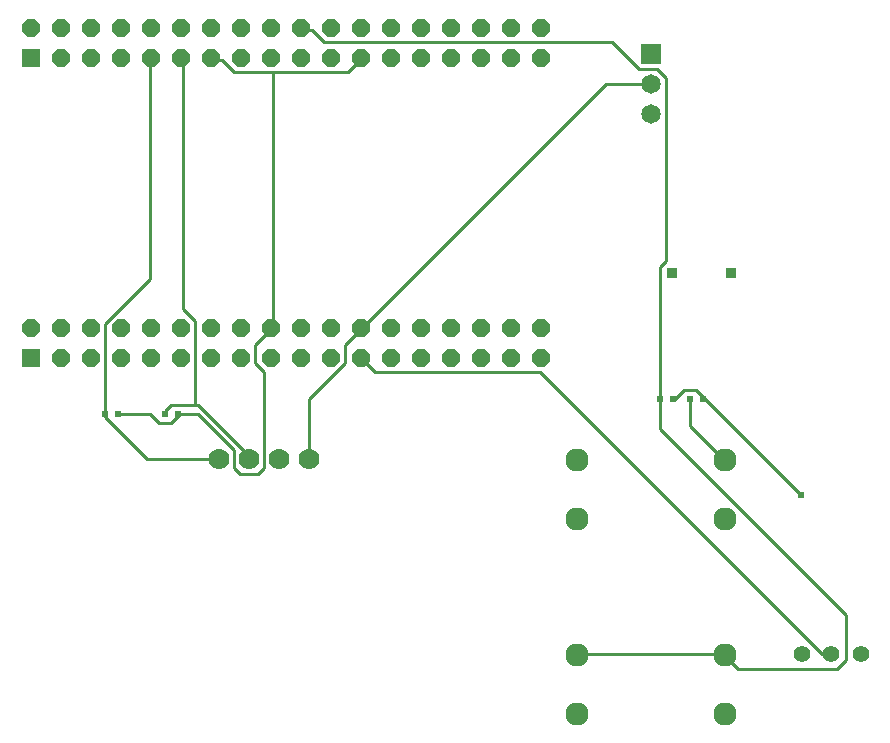
<source format=gbr>
G04 EAGLE Gerber RS-274X export*
G75*
%MOMM*%
%FSLAX34Y34*%
%LPD*%
%INTop Copper*%
%IPPOS*%
%AMOC8*
5,1,8,0,0,1.08239X$1,22.5*%
G01*
%ADD10R,1.524000X1.524000*%
%ADD11P,1.649562X8X22.500000*%
%ADD12C,1.778000*%
%ADD13R,0.904800X0.904800*%
%ADD14C,1.400000*%
%ADD15C,1.960000*%
%ADD16R,1.651000X1.651000*%
%ADD17C,1.651000*%
%ADD18R,0.609600X0.508000*%
%ADD19C,0.254000*%
%ADD20C,0.609600*%


D10*
X71800Y365500D03*
D11*
X71800Y390900D03*
X97200Y365500D03*
X97200Y390900D03*
X122600Y365500D03*
X122600Y390900D03*
X148000Y365500D03*
X148000Y390900D03*
X173400Y365500D03*
X173400Y390900D03*
X198800Y365500D03*
X198800Y390900D03*
X224200Y365500D03*
X224200Y390900D03*
X249600Y365500D03*
X249600Y390900D03*
X275000Y365500D03*
X275000Y390900D03*
X300400Y365500D03*
X300400Y390900D03*
X325800Y365500D03*
X325800Y390900D03*
X351200Y365500D03*
X351200Y390900D03*
X376600Y365500D03*
X376600Y390900D03*
X402000Y365500D03*
X402000Y390900D03*
X427400Y365500D03*
X427400Y390900D03*
X452800Y365500D03*
X452800Y390900D03*
X478200Y365500D03*
X478200Y390900D03*
X503600Y365500D03*
X503600Y390900D03*
D10*
X71800Y619500D03*
D11*
X71800Y644900D03*
X97200Y619500D03*
X97200Y644900D03*
X122600Y619500D03*
X122600Y644900D03*
X148000Y619500D03*
X148000Y644900D03*
X173400Y619500D03*
X173400Y644900D03*
X198800Y619500D03*
X198800Y644900D03*
X224200Y619500D03*
X224200Y644900D03*
X249600Y619500D03*
X249600Y644900D03*
X275000Y619500D03*
X275000Y644900D03*
X300400Y619500D03*
X300400Y644900D03*
X325800Y619500D03*
X325800Y644900D03*
X351200Y619500D03*
X351200Y644900D03*
X376600Y619500D03*
X376600Y644900D03*
X402000Y619500D03*
X402000Y644900D03*
X427400Y619500D03*
X427400Y644900D03*
X452800Y619500D03*
X452800Y644900D03*
X478200Y619500D03*
X478200Y644900D03*
X503600Y619500D03*
X503600Y644900D03*
D12*
X231140Y279400D03*
X256540Y279400D03*
X281940Y279400D03*
X307340Y279400D03*
D13*
X614600Y436800D03*
X664600Y436800D03*
D14*
X724300Y114300D03*
X749300Y114300D03*
X774300Y114300D03*
D15*
X659400Y113900D03*
X659400Y63900D03*
X534400Y63900D03*
X534400Y113900D03*
D16*
X596900Y622300D03*
D17*
X596900Y596900D03*
X596900Y571500D03*
D18*
X604012Y330200D03*
X615188Y330200D03*
X134112Y317500D03*
X145288Y317500D03*
X184912Y317500D03*
X196088Y317500D03*
D15*
X659400Y279000D03*
X659400Y229000D03*
X534400Y229000D03*
X534400Y279000D03*
D18*
X629412Y330200D03*
X640588Y330200D03*
D19*
X596900Y596900D02*
X558800Y596900D01*
X353060Y391160D01*
X351200Y390900D01*
X307340Y330200D02*
X307340Y279400D01*
X307340Y330200D02*
X337820Y360680D01*
X337820Y375920D01*
X350520Y388620D01*
X351200Y390900D01*
X617220Y330200D02*
X624840Y337820D01*
X635000Y337820D01*
X642620Y330200D01*
X617220Y330200D02*
X615188Y330200D01*
X642620Y330200D02*
X723900Y248920D01*
X642620Y330200D02*
X640588Y330200D01*
X233680Y617220D02*
X226060Y617220D01*
X233680Y617220D02*
X243840Y607060D01*
X276860Y607060D02*
X340360Y607060D01*
X276860Y607060D02*
X243840Y607060D01*
X340360Y607060D02*
X350520Y617220D01*
X226060Y617220D02*
X224200Y619500D01*
X350520Y617220D02*
X351200Y619500D01*
X172720Y317500D02*
X145288Y317500D01*
X172720Y317500D02*
X180340Y309880D01*
X190500Y309880D01*
X198120Y317500D01*
X213360Y317500D01*
X243840Y287020D01*
X243840Y271780D01*
X248920Y266700D01*
X264160Y266700D01*
X269240Y271780D01*
X269240Y353060D01*
X261620Y360680D01*
X261620Y375920D01*
X274320Y388620D01*
X198120Y317500D02*
X196088Y317500D01*
X274320Y388620D02*
X275000Y390900D01*
X276860Y391160D02*
X276860Y607060D01*
X276860Y391160D02*
X275000Y390900D01*
D20*
X723900Y248920D03*
D19*
X604520Y304800D02*
X604520Y330200D01*
X604520Y304800D02*
X762000Y147320D01*
X762000Y109220D01*
X754380Y101600D01*
X670560Y101600D01*
X660400Y111760D01*
X659400Y113900D01*
X309880Y642620D02*
X302260Y642620D01*
X309880Y642620D02*
X320040Y632460D01*
X563880Y632460D01*
X586740Y609600D01*
X601980Y609600D01*
X609600Y601980D01*
X609600Y447040D01*
X604520Y441960D01*
X604520Y330200D01*
X302260Y642620D02*
X300400Y644900D01*
X604012Y330200D02*
X604520Y330200D01*
X657860Y114300D02*
X535940Y114300D01*
X534400Y113900D01*
X657860Y114300D02*
X659400Y113900D01*
X134620Y314960D02*
X134620Y317500D01*
X134620Y314960D02*
X170180Y279400D01*
X231140Y279400D01*
X172720Y431800D02*
X172720Y617220D01*
X172720Y431800D02*
X134620Y393700D01*
X134620Y317500D01*
X172720Y617220D02*
X173400Y619500D01*
X185420Y320040D02*
X185420Y317500D01*
X185420Y320040D02*
X190500Y325120D01*
X210820Y325120D02*
X213360Y325120D01*
X210820Y325120D02*
X190500Y325120D01*
X213360Y325120D02*
X256540Y281940D01*
X256540Y279400D01*
X185420Y317500D02*
X184912Y317500D01*
X200660Y406400D02*
X200660Y617220D01*
X200660Y406400D02*
X210820Y396240D01*
X210820Y325120D01*
X200660Y617220D02*
X198800Y619500D01*
X741680Y114300D02*
X749300Y114300D01*
X741680Y114300D02*
X502920Y353060D01*
X363220Y353060D01*
X353060Y363220D01*
X351200Y365500D01*
X629920Y330200D02*
X629920Y307340D01*
X657860Y279400D01*
X629920Y330200D02*
X629412Y330200D01*
X657860Y279400D02*
X659400Y279000D01*
M02*

</source>
